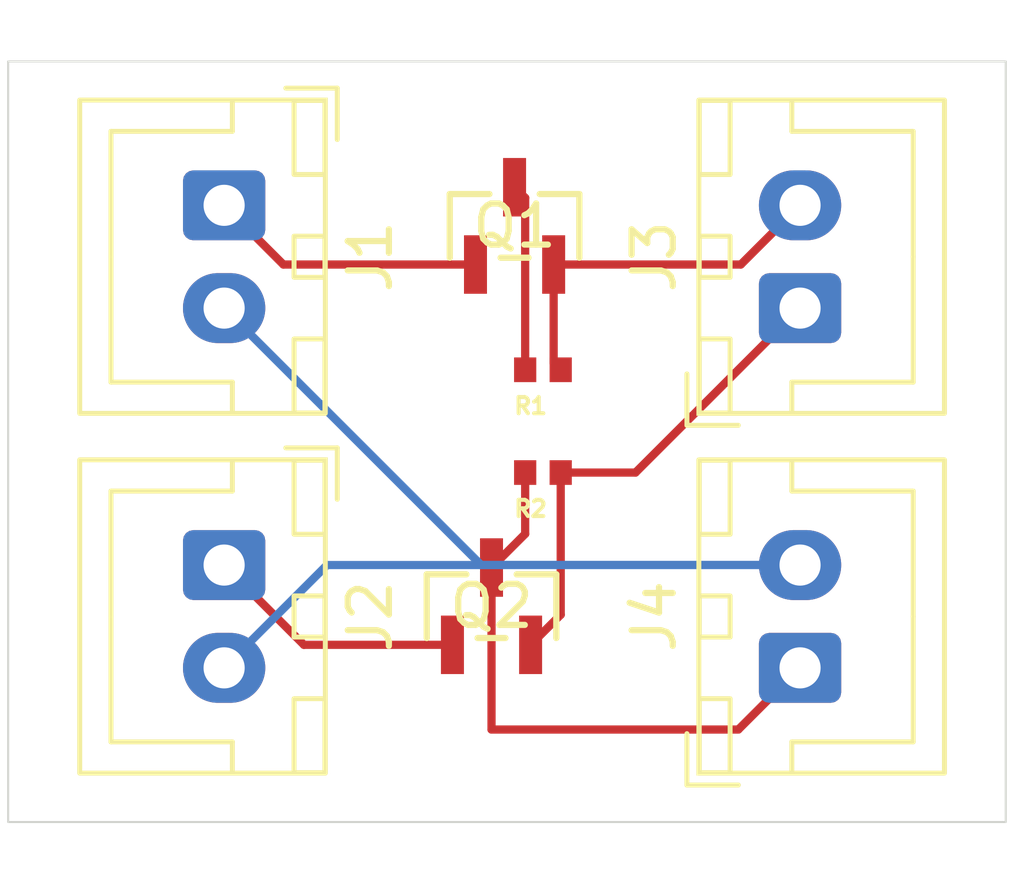
<source format=kicad_pcb>
(kicad_pcb (version 20241229) (generator "pcbnew") (generator_version "9.0")
  (layers (0 "F.Cu" signal) (2 "B.Cu" signal) (13 "F.Paste" user) (15 "B.Paste" user) (5 "F.SilkS" user "F.Silkscreen") (7 "B.SilkS" user "B.Silkscreen") (1 "F.Mask" user) (3 "B.Mask" user) (25 "Edge.Cuts" user))
  (net 0 "")
  (net 1 "Net-(J1-Pin_1)")
  (net 2 "+5V")
  (net 3 "Net-(J2-Pin_1)")
  (net 4 "Net-(J3-Pin_2)")
  (net 5 "Net-(J3-Pin_1)")
  (net 6 "GND")
  (footprint "footprints:RESC1005X40N" (layer "F.Cu") (at 105.25 71.75 180)
    (property "Reference" "R2" (at 0.3 -0.88 0) (layer "F.SilkS") (effects (font (size 0.393701 0.393701))))
    (property "Value" "210R")
    (pad "1" smd rect (at -0.432 0 180) (size 0.54 0.6) (layers "F.Cu" "F.Mask" "F.Paste") (net 5 "Net-(J3-Pin_1)"))
    (pad "2" smd rect (at 0.432 0 180) (size 0.54 0.6) (layers "F.Cu" "F.Mask" "F.Paste") (net 6 "GND"))
  )
  (footprint "Connector_JST:JST_XH_B2B-XH-A_1x02_P2.50mm_Vertical" (layer "F.Cu") (at 111.5 67.75 90)
    (property "Reference" "J3" (at 1.25 -3.55 90) (layer "F.SilkS"))
    (property "Value" "Conn_01x02_Pin")
    (fp_line (start -1.6 -2.75) (end -2.85 -2.75) (stroke (width 0.12)) (layer "F.SilkS"))
    (fp_line (start -2.85 -2.75) (end -2.85 -1.5) (stroke (width 0.12)) (layer "F.SilkS"))
    (fp_line (start 5.05 -0.2) (end 4.3 -0.2) (stroke (width 0.12)) (layer "F.SilkS"))
    (fp_line (start 4.3 -0.2) (end 4.3 2.75) (stroke (width 0.12)) (layer "F.SilkS"))
    (fp_line (start -1.8 -0.2) (end -1.8 2.75) (stroke (width 0.12)) (layer "F.SilkS"))
    (fp_line (start -2.55 -0.2) (end -1.8 -0.2) (stroke (width 0.12)) (layer "F.SilkS"))
    (fp_line (start 4.3 2.75) (end 1.25 2.75) (stroke (width 0.12)) (layer "F.SilkS"))
    (fp_line (start -1.8 2.75) (end 1.25 2.75) (stroke (width 0.12)) (layer "F.SilkS"))
    (fp_rect (start -2.56 -2.46) (end 5.06 3.51) (stroke (width 0.12)) (fill no) (layer "F.SilkS"))
    (fp_rect (start 3.25 -2.45) (end 5.05 -1.7) (stroke (width 0.12)) (fill no) (layer "F.SilkS"))
    (fp_rect (start 0.75 -2.45) (end 1.75 -1.7) (stroke (width 0.12)) (fill no) (layer "F.SilkS"))
    (fp_rect (start -2.55 -2.45) (end -0.75 -1.7) (stroke (width 0.12)) (fill no) (layer "F.SilkS"))
    (pad "1" thru_hole roundrect (at 0 0 90) (size 1.7 2) (drill 1) (layers "*.Cu" "*.Mask") (roundrect_rratio 0.147059) (net 5 "Net-(J3-Pin_1)"))
    (pad "2" thru_hole oval (at 2.5 0 90) (size 1.7 2) (drill 1) (layers "*.Cu" "*.Mask") (net 4 "Net-(J3-Pin_2)"))
  )
  (footprint "Connector_JST:JST_XH_B2B-XH-A_1x02_P2.50mm_Vertical" (layer "F.Cu") (at 97.5 65.25 -90)
    (property "Reference" "J1" (at 1.25 -3.55 90) (layer "F.SilkS"))
    (property "Value" "Conn_01x02_Pin")
    (fp_line (start -1.8 2.75) (end 1.25 2.75) (stroke (width 0.12)) (layer "F.SilkS"))
    (fp_line (start 4.3 2.75) (end 1.25 2.75) (stroke (width 0.12)) (layer "F.SilkS"))
    (fp_line (start -2.55 -0.2) (end -1.8 -0.2) (stroke (width 0.12)) (layer "F.SilkS"))
    (fp_line (start -1.8 -0.2) (end -1.8 2.75) (stroke (width 0.12)) (layer "F.SilkS"))
    (fp_line (start 4.3 -0.2) (end 4.3 2.75) (stroke (width 0.12)) (layer "F.SilkS"))
    (fp_line (start 5.05 -0.2) (end 4.3 -0.2) (stroke (width 0.12)) (layer "F.SilkS"))
    (fp_line (start -2.85 -2.75) (end -2.85 -1.5) (stroke (width 0.12)) (layer "F.SilkS"))
    (fp_line (start -1.6 -2.75) (end -2.85 -2.75) (stroke (width 0.12)) (layer "F.SilkS"))
    (fp_rect (start -2.55 -2.45) (end -0.75 -1.7) (stroke (width 0.12)) (fill no) (layer "F.SilkS"))
    (fp_rect (start 0.75 -2.45) (end 1.75 -1.7) (stroke (width 0.12)) (fill no) (layer "F.SilkS"))
    (fp_rect (start 3.25 -2.45) (end 5.05 -1.7) (stroke (width 0.12)) (fill no) (layer "F.SilkS"))
    (fp_rect (start -2.56 -2.46) (end 5.06 3.51) (stroke (width 0.12)) (fill no) (layer "F.SilkS"))
    (pad "1" thru_hole roundrect (at 0 0 270) (size 1.7 2) (drill 1) (layers "*.Cu" "*.Mask") (roundrect_rratio 0.147059) (net 1 "Net-(J1-Pin_1)"))
    (pad "2" thru_hole oval (at 2.5 0 270) (size 1.7 2) (drill 1) (layers "*.Cu" "*.Mask") (net 2 "+5V"))
  )
  (footprint "footprints:SOT23_TOS" (layer "F.Cu") (at 104 75)
    (property "Reference" "Q2" (at 0 0 0) (layer "F.SilkS"))
    (property "Value" "NMOS")
    (fp_line (start -1.5748 -0.7747) (end -1.5748 0.7747) (stroke (width 0.1524)) (layer "F.SilkS"))
    (fp_line (start -0.61214 -0.7747) (end -1.5748 -0.7747) (stroke (width 0.1524)) (layer "F.SilkS"))
    (fp_line (start -0.337861 0.7747) (end 0.337861 0.7747) (stroke (width 0.1524)) (layer "F.SilkS"))
    (fp_line (start 1.5748 -0.7747) (end 0.61214 -0.7747) (stroke (width 0.1524)) (layer "F.SilkS"))
    (fp_line (start 1.5748 0.7747) (end 1.5748 -0.7747) (stroke (width 0.1524)) (layer "F.SilkS"))
    (pad "1" smd rect (at -0.950001 0.9398) (size 0.5588 1.4224) (layers "F.Cu" "F.Mask" "F.Paste") (net 3 "Net-(J2-Pin_1)"))
    (pad "2" smd rect (at 0.950001 0.9398) (size 0.5588 1.4224) (layers "F.Cu" "F.Mask" "F.Paste") (net 5 "Net-(J3-Pin_1)"))
    (pad "3" smd rect (at 0 -0.9398) (size 0.5588 1.4224) (layers "F.Cu" "F.Mask" "F.Paste") (net 6 "GND"))
  )
  (footprint "footprints:RESC1005X40N" (layer "F.Cu") (at 105.25 69.25 180)
    (property "Reference" "R1" (at 0.3 -0.88 0) (layer "F.SilkS") (effects (font (size 0.393701 0.393701))))
    (property "Value" "210R")
    (pad "1" smd rect (at -0.432 0 180) (size 0.54 0.6) (layers "F.Cu" "F.Mask" "F.Paste") (net 4 "Net-(J3-Pin_2)"))
    (pad "2" smd rect (at 0.432 0 180) (size 0.54 0.6) (layers "F.Cu" "F.Mask" "F.Paste") (net 6 "GND"))
  )
  (footprint "Connector_JST:JST_XH_B2B-XH-A_1x02_P2.50mm_Vertical" (layer "F.Cu") (at 97.5 74 -90)
    (property "Reference" "J2" (at 1.25 -3.55 90) (layer "F.SilkS"))
    (property "Value" "Conn_01x02_Pin")
    (fp_line (start -1.8 2.75) (end 1.25 2.75) (stroke (width 0.12)) (layer "F.SilkS"))
    (fp_line (start 4.3 2.75) (end 1.25 2.75) (stroke (width 0.12)) (layer "F.SilkS"))
    (fp_line (start -2.55 -0.2) (end -1.8 -0.2) (stroke (width 0.12)) (layer "F.SilkS"))
    (fp_line (start -1.8 -0.2) (end -1.8 2.75) (stroke (width 0.12)) (layer "F.SilkS"))
    (fp_line (start 4.3 -0.2) (end 4.3 2.75) (stroke (width 0.12)) (layer "F.SilkS"))
    (fp_line (start 5.05 -0.2) (end 4.3 -0.2) (stroke (width 0.12)) (layer "F.SilkS"))
    (fp_line (start -2.85 -2.75) (end -2.85 -1.5) (stroke (width 0.12)) (layer "F.SilkS"))
    (fp_line (start -1.6 -2.75) (end -2.85 -2.75) (stroke (width 0.12)) (layer "F.SilkS"))
    (fp_rect (start -2.55 -2.45) (end -0.75 -1.7) (stroke (width 0.12)) (fill no) (layer "F.SilkS"))
    (fp_rect (start 0.75 -2.45) (end 1.75 -1.7) (stroke (width 0.12)) (fill no) (layer "F.SilkS"))
    (fp_rect (start 3.25 -2.45) (end 5.05 -1.7) (stroke (width 0.12)) (fill no) (layer "F.SilkS"))
    (fp_rect (start -2.56 -2.46) (end 5.06 3.51) (stroke (width 0.12)) (fill no) (layer "F.SilkS"))
    (pad "1" thru_hole roundrect (at 0 0 270) (size 1.7 2) (drill 1) (layers "*.Cu" "*.Mask") (roundrect_rratio 0.147059) (net 3 "Net-(J2-Pin_1)"))
    (pad "2" thru_hole oval (at 2.5 0 270) (size 1.7 2) (drill 1) (layers "*.Cu" "*.Mask") (net 2 "+5V"))
  )
  (footprint "footprints:SOT23_TOS" (layer "F.Cu") (at 104.5602 65.75)
    (property "Reference" "Q1" (at 0 0 0) (layer "F.SilkS"))
    (property "Value" "NMOS")
    (fp_line (start -1.5748 -0.7747) (end -1.5748 0.7747) (stroke (width 0.1524)) (layer "F.SilkS"))
    (fp_line (start -0.61214 -0.7747) (end -1.5748 -0.7747) (stroke (width 0.1524)) (layer "F.SilkS"))
    (fp_line (start -0.337861 0.7747) (end 0.337861 0.7747) (stroke (width 0.1524)) (layer "F.SilkS"))
    (fp_line (start 1.5748 -0.7747) (end 0.61214 -0.7747) (stroke (width 0.1524)) (layer "F.SilkS"))
    (fp_line (start 1.5748 0.7747) (end 1.5748 -0.7747) (stroke (width 0.1524)) (layer "F.SilkS"))
    (pad "1" smd rect (at -0.950001 0.9398) (size 0.5588 1.4224) (layers "F.Cu" "F.Mask" "F.Paste") (net 1 "Net-(J1-Pin_1)"))
    (pad "2" smd rect (at 0.950001 0.9398) (size 0.5588 1.4224) (layers "F.Cu" "F.Mask" "F.Paste") (net 4 "Net-(J3-Pin_2)"))
    (pad "3" smd rect (at 0 -0.9398) (size 0.5588 1.4224) (layers "F.Cu" "F.Mask" "F.Paste") (net 6 "GND"))
  )
  (footprint "Connector_JST:JST_XH_B2B-XH-A_1x02_P2.50mm_Vertical" (layer "F.Cu") (at 111.5 76.5 90)
    (property "Reference" "J4" (at 1.25 -3.55 90) (layer "F.SilkS"))
    (property "Value" "Conn_01x02_Pin")
    (fp_line (start -1.6 -2.75) (end -2.85 -2.75) (stroke (width 0.12)) (layer "F.SilkS"))
    (fp_line (start -2.85 -2.75) (end -2.85 -1.5) (stroke (width 0.12)) (layer "F.SilkS"))
    (fp_line (start 5.05 -0.2) (end 4.3 -0.2) (stroke (width 0.12)) (layer "F.SilkS"))
    (fp_line (start 4.3 -0.2) (end 4.3 2.75) (stroke (width 0.12)) (layer "F.SilkS"))
    (fp_line (start -1.8 -0.2) (end -1.8 2.75) (stroke (width 0.12)) (layer "F.SilkS"))
    (fp_line (start -2.55 -0.2) (end -1.8 -0.2) (stroke (width 0.12)) (layer "F.SilkS"))
    (fp_line (start 4.3 2.75) (end 1.25 2.75) (stroke (width 0.12)) (layer "F.SilkS"))
    (fp_line (start -1.8 2.75) (end 1.25 2.75) (stroke (width 0.12)) (layer "F.SilkS"))
    (fp_rect (start -2.56 -2.46) (end 5.06 3.51) (stroke (width 0.12)) (fill no) (layer "F.SilkS"))
    (fp_rect (start 3.25 -2.45) (end 5.05 -1.7) (stroke (width 0.12)) (fill no) (layer "F.SilkS"))
    (fp_rect (start 0.75 -2.45) (end 1.75 -1.7) (stroke (width 0.12)) (fill no) (layer "F.SilkS"))
    (fp_rect (start -2.55 -2.45) (end -0.75 -1.7) (stroke (width 0.12)) (fill no) (layer "F.SilkS"))
    (pad "1" thru_hole roundrect (at 0 0 90) (size 1.7 2) (drill 1) (layers "*.Cu" "*.Mask") (roundrect_rratio 0.147059) (net 6 "GND"))
    (pad "2" thru_hole oval (at 2.5 0 90) (size 1.7 2) (drill 1) (layers "*.Cu" "*.Mask") (net 2 "+5V"))
  )
  (gr_rect (start 92.25 61.75) (end 116.5 80.25) (stroke (width 0.05)) (fill no) (layer "Edge.Cuts"))
  (segment (start 103.610199 66.6898) (end 98.9398 66.6898) (width 0.2) (layer "F.Cu") (net 1))
  (segment (start 98.9398 66.6898) (end 97.5 65.25) (width 0.2) (layer "F.Cu") (net 1))
  (segment (start 103.75 74) (end 97.5 67.75) (width 0.2) (layer "B.Cu") (net 2))
  (segment (start 100 74) (end 97.5 76.5) (width 0.2) (layer "B.Cu") (net 2))
  (segment (start 111.5 74) (end 103.75 74) (width 0.2) (layer "B.Cu") (net 2))
  (segment (start 111.5 74) (end 100 74) (width 0.2) (layer "B.Cu") (net 2))
  (segment (start 97.5 74) (end 99.4398 75.9398) (width 0.2) (layer "F.Cu") (net 3))
  (segment (start 99.4398 75.9398) (end 103.049999 75.9398) (width 0.2) (layer "F.Cu") (net 3))
  (segment (start 105.510201 66.6898) (end 110.0602 66.6898) (width 0.2) (layer "F.Cu") (net 4))
  (segment (start 105.510201 66.6898) (end 105.510201 69.078201) (width 0.2) (layer "F.Cu") (net 4))
  (segment (start 105.510201 69.078201) (end 105.682 69.25) (width 0.2) (layer "F.Cu") (net 4))
  (segment (start 110.0602 66.6898) (end 111.5 65.25) (width 0.2) (layer "F.Cu") (net 4))
  (segment (start 107.5 71.75) (end 111.5 67.75) (width 0.2) (layer "F.Cu") (net 5))
  (segment (start 105.682 71.75) (end 107.5 71.75) (width 0.2) (layer "F.Cu") (net 5))
  (segment (start 105.682 75.207801) (end 105.682 71.75) (width 0.2) (layer "F.Cu") (net 5))
  (segment (start 104.950001 75.9398) (end 105.682 75.207801) (width 0.2) (layer "F.Cu") (net 5))
  (segment (start 104.818 73.2422) (end 104.818 71.75) (width 0.2) (layer "F.Cu") (net 6))
  (segment (start 104 78) (end 110 78) (width 0.2) (layer "F.Cu") (net 6))
  (segment (start 110 78) (end 111.5 76.5) (width 0.2) (layer "F.Cu") (net 6))
  (segment (start 104 74.0602) (end 104.818 73.2422) (width 0.2) (layer "F.Cu") (net 6))
  (segment (start 104.818 69.25) (end 104.818 65.068) (width 0.2) (layer "F.Cu") (net 6))
  (segment (start 104.818 65.068) (end 104.5602 64.8102) (width 0.2) (layer "F.Cu") (net 6))
  (segment (start 104 74.0602) (end 104 78) (width 0.2) (layer "F.Cu") (net 6))
)
</source>
